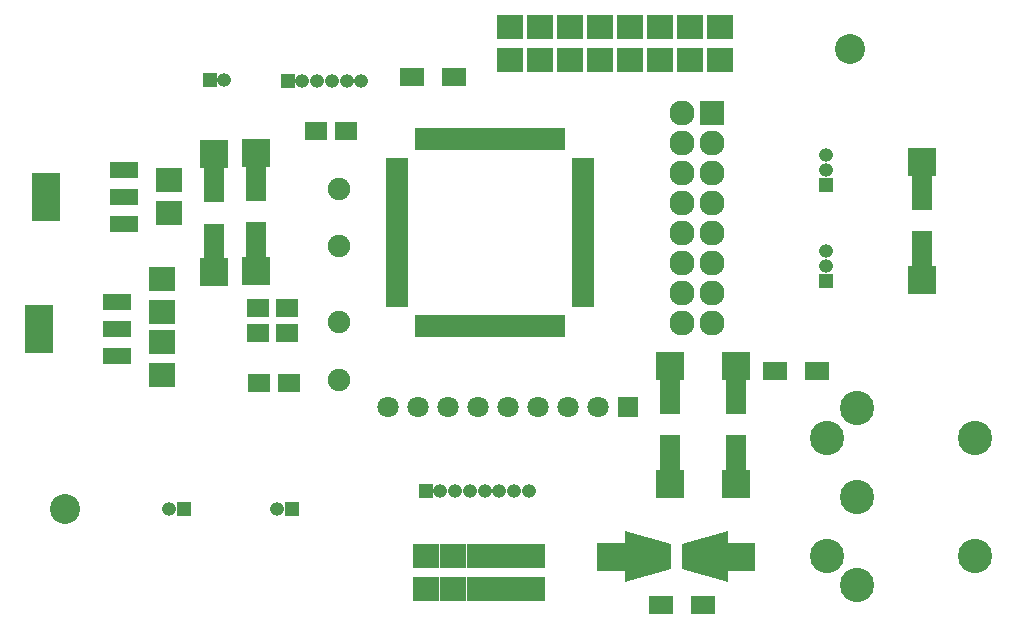
<source format=gbr>
G04 #@! TF.FileFunction,Soldermask,Top*
%FSLAX46Y46*%
G04 Gerber Fmt 4.6, Leading zero omitted, Abs format (unit mm)*
G04 Created by KiCad (PCBNEW 4.0.2-stable) date 25/08/2016 11:49:55*
%MOMM*%
G01*
G04 APERTURE LIST*
%ADD10C,0.100000*%
%ADD11C,1.901140*%
%ADD12R,1.900000X0.680000*%
%ADD13R,0.680000X1.900000*%
%ADD14R,2.000200X1.598880*%
%ADD15R,2.203400X2.000200*%
%ADD16R,1.900000X1.650000*%
%ADD17C,2.899360*%
%ADD18R,1.797000X1.797000*%
%ADD19C,1.797000*%
%ADD20R,1.799540X3.399740*%
%ADD21R,2.398980X2.398980*%
%ADD22R,2.432000X4.057600*%
%ADD23R,2.432000X1.416000*%
%ADD24R,1.200000X1.200000*%
%ADD25O,1.200000X1.200000*%
%ADD26R,2.127200X2.127200*%
%ADD27O,2.127200X2.127200*%
%ADD28C,2.540000*%
G04 APERTURE END LIST*
D10*
D11*
X135001000Y-107469940D03*
X135001000Y-102588060D03*
X135001000Y-96166940D03*
X135001000Y-91285060D03*
D12*
X139928000Y-88996000D03*
X139928000Y-89496000D03*
X139928000Y-89996000D03*
X139928000Y-90496000D03*
X139928000Y-90996000D03*
X139928000Y-91496000D03*
X139928000Y-91996000D03*
X139928000Y-92496000D03*
X139928000Y-92996000D03*
X139928000Y-93496000D03*
X139928000Y-93996000D03*
X139928000Y-94496000D03*
X139928000Y-94996000D03*
X139928000Y-95496000D03*
X139928000Y-95996000D03*
X139928000Y-96496000D03*
X139928000Y-96996000D03*
X139928000Y-97496000D03*
X139928000Y-97996000D03*
X139928000Y-98496000D03*
X139928000Y-98996000D03*
X139928000Y-99496000D03*
X139928000Y-99996000D03*
X139928000Y-100496000D03*
X139928000Y-100996000D03*
D13*
X141828000Y-102896000D03*
X142328000Y-102896000D03*
X142828000Y-102896000D03*
X143328000Y-102896000D03*
X143828000Y-102896000D03*
X144328000Y-102896000D03*
X144828000Y-102896000D03*
X145328000Y-102896000D03*
X145828000Y-102896000D03*
X146328000Y-102896000D03*
X146828000Y-102896000D03*
X147328000Y-102896000D03*
X147828000Y-102896000D03*
X148328000Y-102896000D03*
X148828000Y-102896000D03*
X149328000Y-102896000D03*
X149828000Y-102896000D03*
X150328000Y-102896000D03*
X150828000Y-102896000D03*
X151328000Y-102896000D03*
X151828000Y-102896000D03*
X152328000Y-102896000D03*
X152828000Y-102896000D03*
X153328000Y-102896000D03*
X153828000Y-102896000D03*
D12*
X155728000Y-100996000D03*
X155728000Y-100496000D03*
X155728000Y-99996000D03*
X155728000Y-99496000D03*
X155728000Y-98996000D03*
X155728000Y-98496000D03*
X155728000Y-97996000D03*
X155728000Y-97496000D03*
X155728000Y-96996000D03*
X155728000Y-96496000D03*
X155728000Y-95996000D03*
X155728000Y-95496000D03*
X155728000Y-94996000D03*
X155728000Y-94496000D03*
X155728000Y-93996000D03*
X155728000Y-93496000D03*
X155728000Y-92996000D03*
X155728000Y-92496000D03*
X155728000Y-91996000D03*
X155728000Y-91496000D03*
X155728000Y-90996000D03*
X155728000Y-90496000D03*
X155728000Y-89996000D03*
X155728000Y-89496000D03*
X155728000Y-88996000D03*
D13*
X153828000Y-87096000D03*
X153328000Y-87096000D03*
X152828000Y-87096000D03*
X152328000Y-87096000D03*
X151828000Y-87096000D03*
X151328000Y-87096000D03*
X150828000Y-87096000D03*
X150328000Y-87096000D03*
X149828000Y-87096000D03*
X149328000Y-87096000D03*
X148828000Y-87096000D03*
X148328000Y-87096000D03*
X147828000Y-87096000D03*
X147328000Y-87096000D03*
X146828000Y-87096000D03*
X146328000Y-87096000D03*
X145828000Y-87096000D03*
X145328000Y-87096000D03*
X144828000Y-87096000D03*
X144328000Y-87096000D03*
X143828000Y-87096000D03*
X143328000Y-87096000D03*
X142828000Y-87096000D03*
X142328000Y-87096000D03*
X141828000Y-87096000D03*
D14*
X141201140Y-81788000D03*
X144802860Y-81788000D03*
D15*
X142367000Y-122364500D03*
X142367000Y-125158500D03*
X144716500Y-122364500D03*
X144716500Y-125158500D03*
X146939000Y-122364500D03*
X146939000Y-125158500D03*
X149161500Y-122364500D03*
X149161500Y-125158500D03*
X151384000Y-122364500D03*
X151384000Y-125158500D03*
X120015000Y-107061000D03*
X120015000Y-104267000D03*
X120015000Y-98933000D03*
X120015000Y-101727000D03*
X120650000Y-90551000D03*
X120650000Y-93345000D03*
D16*
X133116000Y-86360000D03*
X135616000Y-86360000D03*
X128163000Y-101346000D03*
X130663000Y-101346000D03*
X128163000Y-103505000D03*
X130663000Y-103505000D03*
X128290000Y-107696000D03*
X130790000Y-107696000D03*
D15*
X149479000Y-77597000D03*
X149479000Y-80391000D03*
X152019000Y-77597000D03*
X152019000Y-80391000D03*
X154559000Y-77597000D03*
X154559000Y-80391000D03*
X157099000Y-77597000D03*
X157099000Y-80391000D03*
X159639000Y-77597000D03*
X159639000Y-80391000D03*
X162179000Y-77597000D03*
X162179000Y-80391000D03*
X164719000Y-77597000D03*
X164719000Y-80391000D03*
X167259000Y-77597000D03*
X167259000Y-80391000D03*
D14*
X162283140Y-126492000D03*
X165884860Y-126492000D03*
X175536860Y-106680000D03*
X171935140Y-106680000D03*
D17*
X178866800Y-124846080D03*
X176364900Y-112351820D03*
X178864260Y-117348000D03*
X178866800Y-109849920D03*
X176364900Y-122344180D03*
X188861700Y-112346740D03*
X188861700Y-122349260D03*
D18*
X159512000Y-109728000D03*
D19*
X156972000Y-109728000D03*
X154432000Y-109728000D03*
X151892000Y-109728000D03*
X149352000Y-109728000D03*
X146812000Y-109728000D03*
X144272000Y-109728000D03*
X141732000Y-109728000D03*
X139192000Y-109728000D03*
D20*
X168656000Y-108651040D03*
X168656000Y-113852960D03*
D21*
X168656000Y-106250740D03*
X168656000Y-116253260D03*
D10*
G36*
X167939060Y-120278550D02*
X167939060Y-124577450D01*
X164038940Y-123477630D01*
X164038940Y-121378370D01*
X167939060Y-120278550D01*
X167939060Y-120278550D01*
G37*
G36*
X159212940Y-124577450D02*
X159212940Y-120278550D01*
X163113060Y-121378370D01*
X163113060Y-123477630D01*
X159212940Y-124577450D01*
X159212940Y-124577450D01*
G37*
D21*
X169077640Y-122428000D03*
X158074360Y-122428000D03*
D20*
X163068000Y-113852960D03*
X163068000Y-108651040D03*
D21*
X163068000Y-116253260D03*
X163068000Y-106250740D03*
D20*
X184404000Y-91379040D03*
X184404000Y-96580960D03*
D21*
X184404000Y-88978740D03*
X184404000Y-98981260D03*
D20*
X128016000Y-95818960D03*
X128016000Y-90617040D03*
D21*
X128016000Y-98219260D03*
X128016000Y-88216740D03*
D20*
X124460000Y-90744040D03*
X124460000Y-95945960D03*
D21*
X124460000Y-88343740D03*
X124460000Y-98346260D03*
D22*
X110236000Y-91948000D03*
D23*
X116840000Y-91948000D03*
X116840000Y-89662000D03*
X116840000Y-94234000D03*
D22*
X109601000Y-103124000D03*
D23*
X116205000Y-103124000D03*
X116205000Y-100838000D03*
X116205000Y-105410000D03*
D24*
X142367000Y-116840000D03*
D25*
X143617000Y-116840000D03*
X144867000Y-116840000D03*
X146117000Y-116840000D03*
X147367000Y-116840000D03*
X148617000Y-116840000D03*
X149867000Y-116840000D03*
X151117000Y-116840000D03*
D26*
X166624000Y-84836000D03*
D27*
X164084000Y-84836000D03*
X166624000Y-87376000D03*
X164084000Y-87376000D03*
X166624000Y-89916000D03*
X164084000Y-89916000D03*
X166624000Y-92456000D03*
X164084000Y-92456000D03*
X166624000Y-94996000D03*
X164084000Y-94996000D03*
X166624000Y-97536000D03*
X164084000Y-97536000D03*
X166624000Y-100076000D03*
X164084000Y-100076000D03*
X166624000Y-102616000D03*
X164084000Y-102616000D03*
D24*
X130683000Y-82169000D03*
D25*
X131933000Y-82169000D03*
X133183000Y-82169000D03*
X134433000Y-82169000D03*
X135683000Y-82169000D03*
X136933000Y-82169000D03*
D24*
X131064000Y-118364000D03*
D25*
X129814000Y-118364000D03*
D24*
X124079000Y-82042000D03*
D25*
X125329000Y-82042000D03*
D24*
X176276000Y-90932000D03*
D25*
X176276000Y-89682000D03*
X176276000Y-88432000D03*
D24*
X176276000Y-99060000D03*
D25*
X176276000Y-97810000D03*
X176276000Y-96560000D03*
D24*
X121920000Y-118364000D03*
D25*
X120670000Y-118364000D03*
D28*
X178308000Y-79451200D03*
X111861600Y-118414800D03*
M02*

</source>
